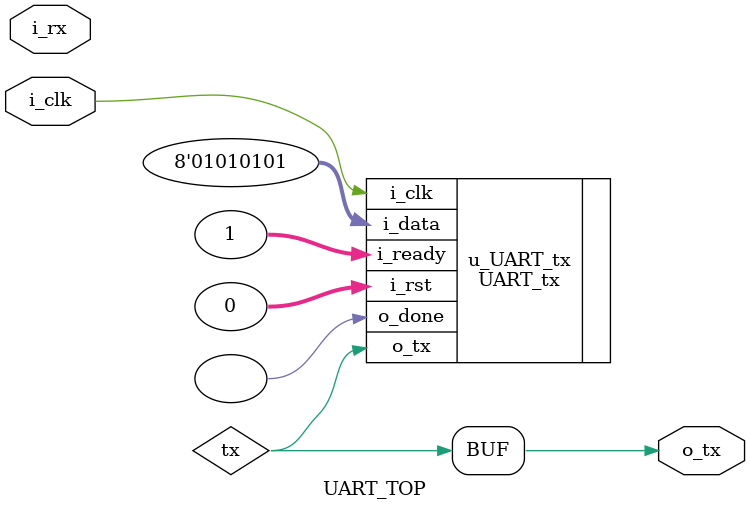
<source format=v>
`timescale 1ns / 1ps


module UART_TOP #(
    parameter PAYLOAD_SIZE = 8
)(
    input wire i_clk,
    input wire i_rx,
    output wire o_tx

);

wire tx;

UART_tx u_UART_tx (
    .i_clk(i_clk),
    .i_rst(0),
    .i_ready(1),
    .i_data(8'b01010101),
    .o_tx(tx),
    .o_done()
);

assign o_tx = tx;

endmodule

</source>
